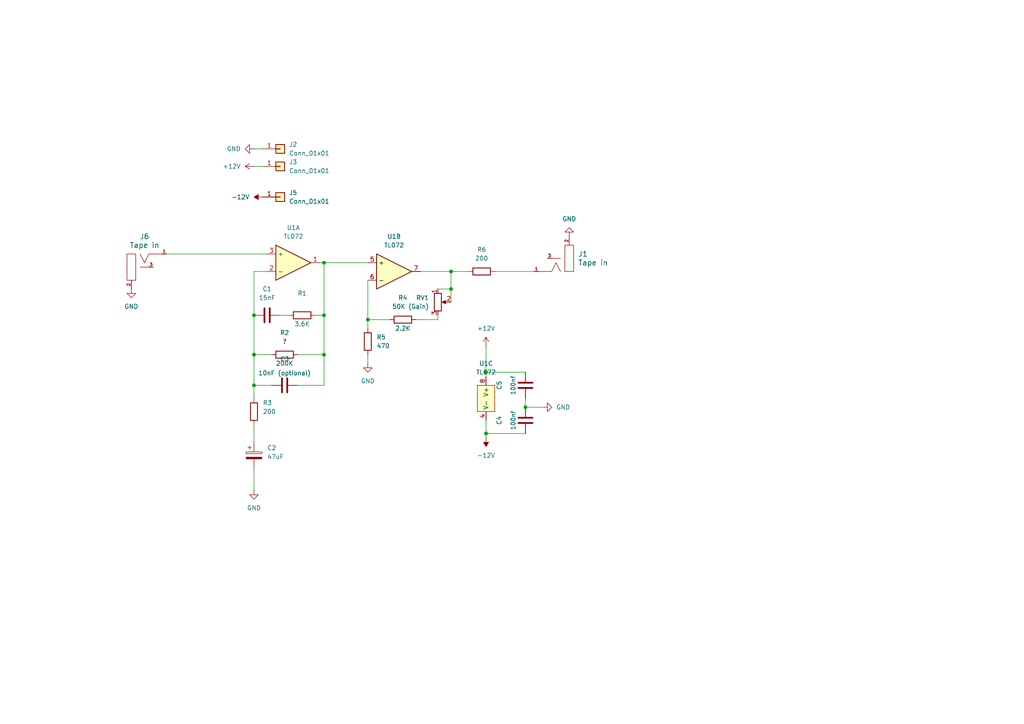
<source format=kicad_sch>
(kicad_sch (version 20231120) (generator "eeschema") (generator_version "8.0")
  (paper "A4")
  (lib_symbols
    (symbol "Connector_Generic:Conn_01x01" (pin_names (offset 1.016) hide)
      (property "Reference" "J" (at 0 2.54 0))
      (property "Value" "Conn_01x01" (at 0 -2.54 0))
      (symbol "Conn_01x01_1_1"
        (rectangle (start -1.27 0.127) (end 0 -0.127) (stroke (width 0.1524)))
        (rectangle (start -1.27 1.27) (end 1.27 -1.27) (stroke (width 0.254)) (fill (type background)))
        (pin passive line (at -5.08 0 0) (length 3.81) (name "Pin_1") (number "1"))
      )
    )
    (symbol "Device:C" (pin_numbers hide) (pin_names (offset 0.254))
      (property "Reference" "C" (at 0.635 2.54 0))
      (property "Value" "C" (at 0.635 -2.54 0))
      (symbol "C_0_1"
        (polyline (pts (xy -2.032 -0.762) (xy 2.032 -0.762)) (stroke (width 0.508)))
        (polyline (pts (xy -2.032 0.762) (xy 2.032 0.762)) (stroke (width 0.508)))
      )
      (symbol "C_1_1"
        (pin passive line (at 0 3.81 270) (length 2.794) (name "~") (number "1"))
        (pin passive line (at 0 -3.81 90) (length 2.794) (name "~") (number "2"))
      )
    )
    (symbol "Device:C_Polarized" (pin_numbers hide) (pin_names (offset 0.254))
      (property "Reference" "C" (at 0.635 2.54 0))
      (property "Value" "C_Polarized" (at 0.635 -2.54 0))
      (symbol "C_Polarized_0_1"
        (rectangle (start -2.286 0.508) (end 2.286 1.016))
        (polyline (pts (xy -1.778 2.286) (xy -0.762 2.286)))
        (polyline (pts (xy -1.27 2.794) (xy -1.27 1.778)))
        (rectangle (start 2.286 -0.508) (end -2.286 -1.016) (fill (type outline)))
      )
      (symbol "C_Polarized_1_1"
        (pin passive line (at 0 3.81 270) (length 2.794) (name "~") (number "1"))
        (pin passive line (at 0 -3.81 90) (length 2.794) (name "~") (number "2"))
      )
    )
    (symbol "Device:R_Potentiometer" (pin_names (offset 1.016) hide)
      (property "Reference" "RV" (at -4.445 0 90))
      (property "Value" "R_Potentiometer" (at -2.54 0 90))
      (symbol "R_Potentiometer_0_1"
        (polyline (pts (xy 2.54 0) (xy 1.524 0)))
        (polyline (pts (xy 1.143 0) (xy 2.286 0.508) (xy 2.286 -0.508) (xy 1.143 0)) (fill (type outline)))
        (rectangle (start 1.016 2.54) (end -1.016 -2.54) (stroke (width 0.254)))
      )
      (symbol "R_Potentiometer_1_1"
        (pin passive line (at 0 3.81 270) (length 1.27) (name "1") (number "1"))
        (pin passive line (at 3.81 0 180) (length 1.27) (name "2") (number "2"))
        (pin passive line (at 0 -3.81 90) (length 1.27) (name "3") (number "3"))
      )
    )
    (symbol "PCM_4ms_IC:TL072"
      (property "Reference" "U" (at 2.54 5.08 0))
      (property "Value" "TL072" (at 2.54 -3.81 0))
      (symbol "TL072_1_1"
        (polyline (pts (xy -5.08 5.08) (xy 5.08 0) (xy -5.08 -5.08) (xy -5.08 5.08)) (stroke (width 0.254)) (fill (type background)))
        (pin output line (at 7.62 0 180) (length 2.54) (name "~") (number "1"))
        (pin input line (at -7.62 -2.54 0) (length 2.54) (name "-") (number "2"))
        (pin input line (at -7.62 2.54 0) (length 2.54) (name "+") (number "3"))
      )
      (symbol "TL072_2_1"
        (polyline (pts (xy -5.08 5.08) (xy 5.08 0) (xy -5.08 -5.08) (xy -5.08 5.08)) (stroke (width 0.254)) (fill (type background)))
        (pin input line (at -7.62 2.54 0) (length 2.54) (name "+") (number "5"))
        (pin input line (at -7.62 -2.54 0) (length 2.54) (name "-") (number "6"))
        (pin output line (at 7.62 0 180) (length 2.54) (name "~") (number "7"))
      )
      (symbol "TL072_3_1"
        (rectangle (start -2.54 3.81) (end 2.54 -3.81) (fill (type background)))
        (pin power_in line (at 0 -6.35 90) (length 2.54) (name "V-") (number "4"))
        (pin power_in line (at 0 6.35 270) (length 2.54) (name "V+") (number "8"))
      )
    )
    (symbol "PCM_4ms_Jack:3.5mm_Mono_Switched_sm" (pin_names (offset 0) hide)
      (property "Reference" "J" (at -7.62 8.89 0))
      (property "Value" "3.5mm_Mono_Switched_sm" (at 6.35 6.604 0))
      (symbol "3.5mm_Mono_Switched_sm_0_0"
        (rectangle (start -6.35 5.08) (end -3.81 -2.54))
        (polyline (pts (xy -2.54 1.27) (xy 0 1.27)))
        (polyline (pts (xy -2.54 5.08) (xy -1.27 2.54) (xy 0 5.08) (xy 3.81 5.08)))
      )
      (symbol "3.5mm_Mono_Switched_sm_1_1"
        (pin passive line (at 5.08 5.08 180) (length 1.27) (name "SIG") (number "1"))
        (pin passive line (at -5.08 -5.08 90) (length 2.54) (name "SHEILD") (number "2"))
        (pin passive line (at 1.27 1.27 180) (length 1.27) (name "SW") (number "3"))
      )
    )
    (symbol "PCM_4ms_Resistor:R_Generic" (pin_numbers hide) (pin_names (offset 0))
      (property "Reference" "R" (at 2.032 0 90))
      (property "Display" "?" (at 3.81 0 90))
      (symbol "R_Generic_0_1"
        (rectangle (start -1.016 -2.54) (end 1.016 2.54) (stroke (width 0.254)))
      )
      (symbol "R_Generic_1_1"
        (pin passive line (at 0 3.81 270) (length 1.27) (name "~") (number "1"))
        (pin passive line (at 0 -3.81 90) (length 1.27) (name "~") (number "2"))
      )
    )
    (symbol "power:+12V" (power) (pin_numbers hide) (pin_names (offset 0) hide)
      (property "Value" "+12V" (at 0 3.556 0))
      (symbol "+12V_0_1"
        (polyline (pts (xy -0.762 1.27) (xy 0 2.54)))
        (polyline (pts (xy 0 0) (xy 0 2.54)))
        (polyline (pts (xy 0 2.54) (xy 0.762 1.27)))
      )
      (symbol "+12V_1_1"
        (pin power_in line (at 0 0 90) (length 0) (name "~") (number "1"))
      )
    )
    (symbol "power:-12V" (power) (pin_numbers hide) (pin_names (offset 0) hide)
      (property "Value" "-12V" (at 0 3.556 0))
      (symbol "-12V_0_0"
        (pin power_in line (at 0 0 90) (length 0) (name "~") (number "1"))
      )
      (symbol "-12V_0_1"
        (polyline (pts (xy 0 0) (xy 0 1.27) (xy 0.762 1.27) (xy 0 2.54) (xy -0.762 1.27) (xy 0 1.27)) (fill (type outline)))
      )
    )
    (symbol "power:GND" (power) (pin_numbers hide) (pin_names (offset 0) hide)
      (property "Value" "GND" (at 0 -3.81 0))
      (symbol "GND_0_1"
        (polyline (pts (xy 0 0) (xy 0 -1.27) (xy 1.27 -1.27) (xy 0 -2.54) (xy -1.27 -1.27) (xy 0 -1.27)))
      )
      (symbol "GND_1_1"
        (pin power_in line (at 0 0 270) (length 0) (name "~") (number "1"))
      )
    )
  )
  (junction (at 130.81 78.74))
  (junction (at 140.97 107.95))
  (junction (at 73.66 102.87))
  (junction (at 93.98 91.44))
  (junction (at 93.98 102.87))
  (junction (at 152.4 118.11))
  (junction (at 106.68 92.71))
  (junction (at 73.66 111.76))
  (junction (at 130.81 83.82))
  (junction (at 93.98 76.2))
  (junction (at 73.66 91.44))
  (junction (at 140.97 125.73))
  (wire (pts (xy 93.98 76.2) (xy 93.98 91.44)))
  (wire (pts (xy 73.66 48.26) (xy 76.2 48.26)))
  (wire (pts (xy 91.44 91.44) (xy 93.98 91.44)))
  (wire (pts (xy 73.66 102.87) (xy 73.66 111.76)))
  (wire (pts (xy 121.92 78.74) (xy 130.81 78.74)))
  (wire (pts (xy 152.4 118.11) (xy 157.48 118.11)))
  (wire (pts (xy 48.26 73.66) (xy 77.47 73.66)))
  (wire (pts (xy 140.97 100.33) (xy 140.97 107.95)))
  (wire (pts (xy 93.98 111.76) (xy 93.98 102.87)))
  (wire (pts (xy 130.81 78.74) (xy 130.81 83.82)))
  (wire (pts (xy 140.97 125.73) (xy 152.4 125.73)))
  (wire (pts (xy 130.81 83.82) (xy 127 83.82)))
  (wire (pts (xy 73.66 111.76) (xy 78.74 111.76)))
  (wire (pts (xy 140.97 125.73) (xy 140.97 127)))
  (wire (pts (xy 73.66 123.19) (xy 73.66 128.27)))
  (wire (pts (xy 152.4 115.57) (xy 152.4 118.11)))
  (wire (pts (xy 93.98 76.2) (xy 106.68 76.2)))
  (wire (pts (xy 120.65 92.71) (xy 127 92.71)))
  (wire (pts (xy 152.4 107.95) (xy 140.97 107.95)))
  (wire (pts (xy 130.81 78.74) (xy 135.89 78.74)))
  (wire (pts (xy 73.66 135.89) (xy 73.66 142.24)))
  (wire (pts (xy 73.66 91.44) (xy 73.66 102.87)))
  (wire (pts (xy 140.97 107.95) (xy 140.97 109.22)))
  (wire (pts (xy 73.66 78.74) (xy 73.66 91.44)))
  (wire (pts (xy 86.36 102.87) (xy 93.98 102.87)))
  (wire (pts (xy 143.51 78.74) (xy 154.94 78.74)))
  (wire (pts (xy 81.28 91.44) (xy 83.82 91.44)))
  (wire (pts (xy 140.97 121.92) (xy 140.97 125.73)))
  (wire (pts (xy 73.66 43.18) (xy 76.2 43.18)))
  (wire (pts (xy 93.98 102.87) (xy 93.98 91.44)))
  (wire (pts (xy 86.36 111.76) (xy 93.98 111.76)))
  (wire (pts (xy 77.47 78.74) (xy 73.66 78.74)))
  (wire (pts (xy 106.68 92.71) (xy 106.68 95.25)))
  (wire (pts (xy 113.03 92.71) (xy 106.68 92.71)))
  (wire (pts (xy 73.66 102.87) (xy 78.74 102.87)))
  (wire (pts (xy 106.68 102.87) (xy 106.68 105.41)))
  (wire (pts (xy 106.68 81.28) (xy 106.68 92.71)))
  (wire (pts (xy 127 92.71) (xy 127 91.44)))
  (wire (pts (xy 73.66 111.76) (xy 73.66 115.57)))
  (wire (pts (xy 92.71 76.2) (xy 93.98 76.2)))
  (wire (pts (xy 130.81 83.82) (xy 130.81 87.63)))
  (symbol (lib_id "power:+12V") (at 140.97 100.33 0) (unit 1)
    (property "Reference" "#PWR09" (effects (hide yes)))
    (property "Value" "+12V" (at 140.97 95.25 0))
    (property "Description" "Power symbol creates a global label with name \"+12V\"" (effects (hide yes)))
  )
  (symbol (lib_id "PCM_4ms_IC:TL072") (at 140.97 115.57 0) (unit 3)
    (property "Reference" "U1" (at 140.97 105.41 0))
    (property "Value" "TL072" (at 140.97 107.95 0))
    (property "Footprint" "PCM_4ms_Package_DIP:DIP-8pin_TH" (effects (hide yes)))
    (property "Description" "TL072 Dual Opamp TSSOP-8" (effects (hide yes)))
    (property "Specifications" "TL072 Dual Opamp" (effects (hide yes)))
    (property "JLCPCB ID" "C90748" (effects (hide yes)))
  )
  (symbol (lib_id "power:GND") (at 38.1 83.82 0) (unit 1)
    (property "Reference" "#PWR01" (effects (hide yes)))
    (property "Value" "GND" (at 38.1 88.9 0))
    (property "Description" "Power symbol creates a global label with name \"GND\" , ground" (effects (hide yes)))
  )
  (symbol (lib_id "power:GND") (at 157.48 118.11 90) (unit 1)
    (property "Reference" "#PWR08" (effects (hide yes)))
    (property "Value" "GND" (at 161.29 118.1099 90) (effects (justify right)))
    (property "Description" "Power symbol creates a global label with name \"GND\" , ground" (effects (hide yes)))
  )
  (symbol (lib_id "PCM_4ms_Resistor:R_Generic") (at 139.7 78.74 270) (unit 1)
    (property "Reference" "R6" (at 139.7 72.39 90))
    (property "Value" "200" (at 139.7 74.93 90))
    (property "Footprint" "PCM_4ms_Resistor:R_Axial_DIN0207_L6.3mm_D2.5mm_P7.62mm_Horizontal" (effects (hide yes)))
    (property "Display" "?" (effects (hide yes)))
  )
  (symbol (lib_id "PCM_4ms_Resistor:R_Generic") (at 82.55 102.87 90) (unit 1)
    (property "Reference" "R2" (at 82.55 96.52 90))
    (property "Value" "200K" (at 82.55 105.41 90))
    (property "Footprint" "PCM_4ms_Resistor:R_Axial_DIN0207_L6.3mm_D2.5mm_P7.62mm_Horizontal" (effects (hide yes)))
    (property "Display" "?" (at 82.55 99.06 90))
  )
  (symbol (lib_id "PCM_4ms_IC:TL072") (at 85.09 76.2 0) (unit 1)
    (property "Reference" "U1" (at 85.09 66.04 0))
    (property "Value" "TL072" (at 85.09 68.58 0))
    (property "Footprint" "PCM_4ms_Package_DIP:DIP-8pin_TH" (effects (hide yes)))
    (property "Description" "TL072 Dual Opamp TSSOP-8" (effects (hide yes)))
    (property "Specifications" "TL072 Dual Opamp" (effects (hide yes)))
    (property "JLCPCB ID" "C90748" (effects (hide yes)))
  )
  (symbol (lib_id "Device:C") (at 77.47 91.44 270) (unit 1)
    (property "Reference" "C1" (at 77.47 83.82 90))
    (property "Value" "15nF" (at 77.47 86.36 90))
    (property "Footprint" "PCM_4ms_Capacitor:C_Disc_P5.08mm" (effects (hide yes)))
    (property "Description" "Unpolarized capacitor" (effects (hide yes)))
  )
  (symbol (lib_id "Device:C") (at 152.4 111.76 0) (unit 1)
    (property "Reference" "C5" (at 144.78 111.76 90))
    (property "Value" "100nf" (at 148.844 111.76 90))
    (property "Footprint" "PCM_4ms_Capacitor:C_Disc_P5.08mm" (effects (hide yes)))
    (property "Description" "Unpolarized capacitor" (effects (hide yes)))
  )
  (symbol (lib_id "power:GND") (at 73.66 142.24 0) (unit 1)
    (property "Reference" "#PWR04" (effects (hide yes)))
    (property "Value" "GND" (at 73.66 147.32 0))
    (property "Description" "Power symbol creates a global label with name \"GND\" , ground" (effects (hide yes)))
  )
  (symbol (lib_id "Connector_Generic:Conn_01x01") (at 81.28 43.18 0) (unit 1)
    (property "Reference" "J2" (at 83.82 41.9099 0) (effects (justify left)))
    (property "Value" "Conn_01x01" (at 83.82 44.4499 0) (effects (justify left)))
    (property "Footprint" "PCM_4ms_TestPoint:TestPoint_WireHole" (effects (hide yes)))
    (property "Description" "Generic connector, single row, 01x01, script generated (kicad-library-utils/schlib/autogen/connector/)" (effects (hide yes)))
  )
  (symbol (lib_id "Connector_Generic:Conn_01x01") (at 81.28 57.15 0) (unit 1)
    (property "Reference" "J5" (at 83.82 55.8799 0) (effects (justify left)))
    (property "Value" "Conn_01x01" (at 83.82 58.4199 0) (effects (justify left)))
    (property "Footprint" "PCM_4ms_TestPoint:TestPoint_WireHole" (effects (hide yes)))
    (property "Description" "Generic connector, single row, 01x01, script generated (kicad-library-utils/schlib/autogen/connector/)" (effects (hide yes)))
  )
  (symbol (lib_id "power:GND") (at 106.68 105.41 0) (unit 1)
    (property "Reference" "#PWR05" (effects (hide yes)))
    (property "Value" "GND" (at 106.68 110.49 0))
    (property "Description" "Power symbol creates a global label with name \"GND\" , ground" (effects (hide yes)))
  )
  (symbol (lib_id "Connector_Generic:Conn_01x01") (at 81.28 48.26 0) (unit 1)
    (property "Reference" "J3" (at 83.82 46.9899 0) (effects (justify left)))
    (property "Value" "Conn_01x01" (at 83.82 49.5299 0) (effects (justify left)))
    (property "Footprint" "PCM_4ms_TestPoint:TestPoint_WireHole" (effects (hide yes)))
    (property "Description" "Generic connector, single row, 01x01, script generated (kicad-library-utils/schlib/autogen/connector/)" (effects (hide yes)))
  )
  (symbol (lib_id "PCM_4ms_Resistor:R_Generic") (at 73.66 119.38 180) (unit 1)
    (property "Reference" "R3" (at 76.2 116.8399 0) (effects (justify right)))
    (property "Value" "200" (at 76.2 119.3799 0) (effects (justify right)))
    (property "Footprint" "PCM_4ms_Resistor:R_Axial_DIN0207_L6.3mm_D2.5mm_P7.62mm_Horizontal" (effects (hide yes)))
    (property "Display" "?" (effects (hide yes)))
  )
  (symbol (lib_id "power:GND") (at 165.1 68.58 180) (unit 1)
    (property "Reference" "#PWR06" (effects (hide yes)))
    (property "Value" "GND" (at 165.1 63.5 0))
    (property "Description" "Power symbol creates a global label with name \"GND\" , ground" (effects (hide yes)))
  )
  (symbol (lib_id "PCM_4ms_Resistor:R_Generic") (at 116.84 92.71 90) (unit 1)
    (property "Reference" "R4" (at 116.84 86.36 90))
    (property "Value" "2.2K" (at 116.84 95.25 90))
    (property "Footprint" "PCM_4ms_Resistor:R_Axial_DIN0207_L6.3mm_D2.5mm_P7.62mm_Horizontal" (effects (hide yes)))
    (property "Display" "?" (effects (hide yes)))
  )
  (symbol (lib_id "PCM_4ms_Jack:3.5mm_Mono_Switched_sm") (at 160.02 73.66 180) (unit 1)
    (property "Reference" "J1" (at 167.64 73.6599 0) (effects (font (size 1.524 1.524)) (justify right)))
    (property "Value" "Tape in" (at 167.64 76.1999 0) (effects (font (size 1.524 1.524)) (justify right)))
    (property "Footprint" "4ms_Jack:EighthInch_PJ398SM" (effects (hide yes)))
    (property "Description" "Audio 3.5mm Jack, mono, switched, PC-pin Vertical" (effects (hide yes)))
    (property "Specifications" "Audio 3.5mm Jack, mono, switched, PC-pin Vertical" (effects (hide yes)))
    (property "Manufacturer" "Wenzhou QingPu Electronics Co" (effects (hide yes)))
    (property "Part Number" "WQP-WQP518MA" (effects (hide yes)))
  )
  (symbol (lib_id "power:+12V") (at 73.66 48.26 90) (unit 1)
    (property "Reference" "#PWR03" (effects (hide yes)))
    (property "Value" "+12V" (at 69.85 48.2599 90) (effects (justify left)))
    (property "Description" "Power symbol creates a global label with name \"+12V\"" (effects (hide yes)))
  )
  (symbol (lib_id "Device:C") (at 82.55 111.76 270) (unit 1)
    (property "Reference" "C3" (at 82.55 104.14 90))
    (property "Value" "10nF (optional)" (at 82.55 108.204 90))
    (property "Footprint" "PCM_4ms_Capacitor:C_Disc_P5.08mm" (effects (hide yes)))
    (property "Description" "Unpolarized capacitor" (effects (hide yes)))
  )
  (symbol (lib_id "power:GND") (at 73.66 43.18 270) (unit 1)
    (property "Reference" "#PWR02" (effects (hide yes)))
    (property "Value" "GND" (at 69.85 43.1799 90) (effects (justify right)))
    (property "Description" "Power symbol creates a global label with name \"GND\" , ground" (effects (hide yes)))
  )
  (symbol (lib_id "PCM_4ms_Resistor:R_Generic") (at 106.68 99.06 180) (unit 1)
    (property "Reference" "R5" (at 109.22 97.7899 0) (effects (justify right)))
    (property "Value" "470" (at 109.22 100.3299 0) (effects (justify right)))
    (property "Footprint" "PCM_4ms_Resistor:R_Axial_DIN0207_L6.3mm_D2.5mm_P7.62mm_Horizontal" (effects (hide yes)))
    (property "Display" "?" (effects (hide yes)))
  )
  (symbol (lib_id "power:-12V") (at 76.2 57.15 90) (unit 1)
    (property "Reference" "#PWR07" (effects (hide yes)))
    (property "Value" "-12V" (at 72.39 57.1499 90) (effects (justify left)))
    (property "Description" "Power symbol creates a global label with name \"-12V\"" (effects (hide yes)))
  )
  (symbol (lib_id "power:-12V") (at 140.97 127 180) (unit 1)
    (property "Reference" "#PWR010" (effects (hide yes)))
    (property "Value" "-12V" (at 140.97 132.08 0))
    (property "Description" "Power symbol creates a global label with name \"-12V\"" (effects (hide yes)))
  )
  (symbol (lib_id "PCM_4ms_IC:TL072") (at 114.3 78.74 0) (unit 2)
    (property "Reference" "U1" (at 114.3 68.58 0))
    (property "Value" "TL072" (at 114.3 71.12 0))
    (property "Footprint" "PCM_4ms_Package_DIP:DIP-8pin_TH" (effects (hide yes)))
    (property "Description" "TL072 Dual Opamp TSSOP-8" (effects (hide yes)))
    (property "Specifications" "TL072 Dual Opamp" (effects (hide yes)))
    (property "JLCPCB ID" "C90748" (effects (hide yes)))
  )
  (symbol (lib_id "Device:C_Polarized") (at 73.66 132.08 0) (unit 1)
    (property "Reference" "C2" (at 77.47 129.9209 0) (effects (justify left)))
    (property "Value" "47uF" (at 77.47 132.4609 0) (effects (justify left)))
    (property "Footprint" "PCM_4ms_Capacitor:CP_Radial_P2.5mm" (effects (hide yes)))
    (property "Description" "Polarized capacitor" (effects (hide yes)))
  )
  (symbol (lib_id "PCM_4ms_Resistor:R_Generic") (at 87.63 91.44 90) (unit 1)
    (property "Reference" "R1" (at 87.63 85.09 90))
    (property "Value" "3.6K" (at 87.63 93.98 90))
    (property "Footprint" "PCM_4ms_Resistor:R_Axial_DIN0207_L6.3mm_D2.5mm_P7.62mm_Horizontal" (effects (hide yes)))
    (property "Display" "?" (effects (hide yes)))
  )
  (symbol (lib_id "Device:R_Potentiometer") (at 127 87.63 0) (unit 1)
    (property "Reference" "RV1" (at 124.46 86.3599 0) (effects (justify right)))
    (property "Value" "50K (Gain)" (at 124.46 88.8999 0) (effects (justify right)))
    (property "Footprint" "PCM_4ms_Potentiometer:Pot_9mm_DShaft" (effects (hide yes)))
    (property "Description" "Potentiometer" (effects (hide yes)))
  )
  (symbol (lib_id "PCM_4ms_Jack:3.5mm_Mono_Switched_sm") (at 43.18 78.74 0) (unit 1)
    (property "Reference" "J6" (at 41.91 68.58 0) (effects (font (size 1.524 1.524))))
    (property "Value" "Tape in" (at 41.91 71.12 0) (effects (font (size 1.524 1.524))))
    (property "Footprint" "4ms_Jack:EighthInch_PJ398SM" (effects (hide yes)))
    (property "Description" "Audio 3.5mm Jack, mono, switched, PC-pin Vertical" (effects (hide yes)))
    (property "Specifications" "Audio 3.5mm Jack, mono, switched, PC-pin Vertical" (effects (hide yes)))
    (property "Manufacturer" "Wenzhou QingPu Electronics Co" (effects (hide yes)))
    (property "Part Number" "WQP-WQP518MA" (effects (hide yes)))
  )
  (symbol (lib_id "Device:C") (at 152.4 121.92 0) (unit 1)
    (property "Reference" "C4" (at 144.78 121.92 90))
    (property "Value" "100nf" (at 148.844 121.92 90))
    (property "Footprint" "PCM_4ms_Capacitor:C_Disc_P5.08mm" (effects (hide yes)))
    (property "Description" "Unpolarized capacitor" (effects (hide yes)))
  )
)
</source>
